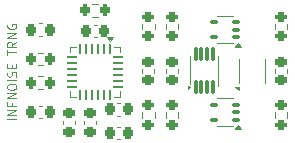
<source format=gbr>
%TF.GenerationSoftware,KiCad,Pcbnew,9.0.5*%
%TF.CreationDate,2025-10-20T10:22:30-07:00*%
%TF.ProjectId,infnoise_goldfingers,696e666e-6f69-4736-955f-676f6c646669,rev?*%
%TF.SameCoordinates,Original*%
%TF.FileFunction,Legend,Top*%
%TF.FilePolarity,Positive*%
%FSLAX46Y46*%
G04 Gerber Fmt 4.6, Leading zero omitted, Abs format (unit mm)*
G04 Created by KiCad (PCBNEW 9.0.5) date 2025-10-20 10:22:30*
%MOMM*%
%LPD*%
G01*
G04 APERTURE LIST*
G04 Aperture macros list*
%AMRoundRect*
0 Rectangle with rounded corners*
0 $1 Rounding radius*
0 $2 $3 $4 $5 $6 $7 $8 $9 X,Y pos of 4 corners*
0 Add a 4 corners polygon primitive as box body*
4,1,4,$2,$3,$4,$5,$6,$7,$8,$9,$2,$3,0*
0 Add four circle primitives for the rounded corners*
1,1,$1+$1,$2,$3*
1,1,$1+$1,$4,$5*
1,1,$1+$1,$6,$7*
1,1,$1+$1,$8,$9*
0 Add four rect primitives between the rounded corners*
20,1,$1+$1,$2,$3,$4,$5,0*
20,1,$1+$1,$4,$5,$6,$7,0*
20,1,$1+$1,$6,$7,$8,$9,0*
20,1,$1+$1,$8,$9,$2,$3,0*%
G04 Aperture macros list end*
%ADD10C,0.064000*%
%ADD11C,0.120000*%
%ADD12RoundRect,0.200000X-0.200000X-0.275000X0.200000X-0.275000X0.200000X0.275000X-0.200000X0.275000X0*%
%ADD13RoundRect,0.225000X-0.225000X-0.250000X0.225000X-0.250000X0.225000X0.250000X-0.225000X0.250000X0*%
%ADD14C,1.000000*%
%ADD15RoundRect,0.200000X0.275000X-0.200000X0.275000X0.200000X-0.275000X0.200000X-0.275000X-0.200000X0*%
%ADD16RoundRect,0.200000X-0.275000X0.200000X-0.275000X-0.200000X0.275000X-0.200000X0.275000X0.200000X0*%
%ADD17RoundRect,0.225000X0.250000X-0.225000X0.250000X0.225000X-0.250000X0.225000X-0.250000X-0.225000X0*%
%ADD18RoundRect,0.100000X0.225000X0.100000X-0.225000X0.100000X-0.225000X-0.100000X0.225000X-0.100000X0*%
%ADD19R,0.300000X0.500000*%
%ADD20R,1.750000X1.050000*%
%ADD21RoundRect,0.062500X-0.062500X0.350000X-0.062500X-0.350000X0.062500X-0.350000X0.062500X0.350000X0*%
%ADD22RoundRect,0.062500X-0.350000X0.062500X-0.350000X-0.062500X0.350000X-0.062500X0.350000X0.062500X0*%
%ADD23R,2.600000X2.600000*%
%ADD24RoundRect,0.200000X0.200000X0.275000X-0.200000X0.275000X-0.200000X-0.275000X0.200000X-0.275000X0*%
%ADD25RoundRect,0.225000X0.225000X0.250000X-0.225000X0.250000X-0.225000X-0.250000X0.225000X-0.250000X0*%
%ADD26RoundRect,0.087500X0.087500X-0.537500X0.087500X0.537500X-0.087500X0.537500X-0.087500X-0.537500X0*%
%ADD27RoundRect,0.218750X0.256250X-0.218750X0.256250X0.218750X-0.256250X0.218750X-0.256250X-0.218750X0*%
%ADD28R,7.500000X1.360000*%
%ADD29R,6.500000X1.360000*%
G04 APERTURE END LIST*
D10*
X10166419Y-10083552D02*
X9430419Y-10083552D01*
X10166419Y-9733076D02*
X9430419Y-9733076D01*
X9430419Y-9733076D02*
X10166419Y-9312505D01*
X10166419Y-9312505D02*
X9430419Y-9312505D01*
X9780895Y-8716695D02*
X9780895Y-8962028D01*
X10166419Y-8962028D02*
X9430419Y-8962028D01*
X9430419Y-8962028D02*
X9430419Y-8611552D01*
X10166419Y-8331171D02*
X9430419Y-8331171D01*
X9430419Y-8331171D02*
X10166419Y-7910600D01*
X10166419Y-7910600D02*
X9430419Y-7910600D01*
X9430419Y-7419933D02*
X9430419Y-7279742D01*
X9430419Y-7279742D02*
X9465467Y-7209647D01*
X9465467Y-7209647D02*
X9535562Y-7139552D01*
X9535562Y-7139552D02*
X9675752Y-7104504D01*
X9675752Y-7104504D02*
X9921086Y-7104504D01*
X9921086Y-7104504D02*
X10061276Y-7139552D01*
X10061276Y-7139552D02*
X10131372Y-7209647D01*
X10131372Y-7209647D02*
X10166419Y-7279742D01*
X10166419Y-7279742D02*
X10166419Y-7419933D01*
X10166419Y-7419933D02*
X10131372Y-7490028D01*
X10131372Y-7490028D02*
X10061276Y-7560123D01*
X10061276Y-7560123D02*
X9921086Y-7595171D01*
X9921086Y-7595171D02*
X9675752Y-7595171D01*
X9675752Y-7595171D02*
X9535562Y-7560123D01*
X9535562Y-7560123D02*
X9465467Y-7490028D01*
X9465467Y-7490028D02*
X9430419Y-7419933D01*
X10166419Y-6789075D02*
X9430419Y-6789075D01*
X10131372Y-6473647D02*
X10166419Y-6368504D01*
X10166419Y-6368504D02*
X10166419Y-6193266D01*
X10166419Y-6193266D02*
X10131372Y-6123171D01*
X10131372Y-6123171D02*
X10096324Y-6088123D01*
X10096324Y-6088123D02*
X10026229Y-6053076D01*
X10026229Y-6053076D02*
X9956133Y-6053076D01*
X9956133Y-6053076D02*
X9886038Y-6088123D01*
X9886038Y-6088123D02*
X9850991Y-6123171D01*
X9850991Y-6123171D02*
X9815943Y-6193266D01*
X9815943Y-6193266D02*
X9780895Y-6333457D01*
X9780895Y-6333457D02*
X9745848Y-6403552D01*
X9745848Y-6403552D02*
X9710800Y-6438599D01*
X9710800Y-6438599D02*
X9640705Y-6473647D01*
X9640705Y-6473647D02*
X9570610Y-6473647D01*
X9570610Y-6473647D02*
X9500514Y-6438599D01*
X9500514Y-6438599D02*
X9465467Y-6403552D01*
X9465467Y-6403552D02*
X9430419Y-6333457D01*
X9430419Y-6333457D02*
X9430419Y-6158218D01*
X9430419Y-6158218D02*
X9465467Y-6053076D01*
X9780895Y-5737647D02*
X9780895Y-5492314D01*
X10166419Y-5387171D02*
X10166419Y-5737647D01*
X10166419Y-5737647D02*
X9430419Y-5737647D01*
X9430419Y-5737647D02*
X9430419Y-5387171D01*
X9430419Y-4616123D02*
X9430419Y-4195552D01*
X10166419Y-4405838D02*
X9430419Y-4405838D01*
X10166419Y-3529647D02*
X9815943Y-3774980D01*
X10166419Y-3950218D02*
X9430419Y-3950218D01*
X9430419Y-3950218D02*
X9430419Y-3669837D01*
X9430419Y-3669837D02*
X9465467Y-3599742D01*
X9465467Y-3599742D02*
X9500514Y-3564695D01*
X9500514Y-3564695D02*
X9570610Y-3529647D01*
X9570610Y-3529647D02*
X9675752Y-3529647D01*
X9675752Y-3529647D02*
X9745848Y-3564695D01*
X9745848Y-3564695D02*
X9780895Y-3599742D01*
X9780895Y-3599742D02*
X9815943Y-3669837D01*
X9815943Y-3669837D02*
X9815943Y-3950218D01*
X10166419Y-3214218D02*
X9430419Y-3214218D01*
X9430419Y-3214218D02*
X10166419Y-2793647D01*
X10166419Y-2793647D02*
X9430419Y-2793647D01*
X9465467Y-2057647D02*
X9430419Y-2127742D01*
X9430419Y-2127742D02*
X9430419Y-2232885D01*
X9430419Y-2232885D02*
X9465467Y-2338028D01*
X9465467Y-2338028D02*
X9535562Y-2408123D01*
X9535562Y-2408123D02*
X9605657Y-2443170D01*
X9605657Y-2443170D02*
X9745848Y-2478218D01*
X9745848Y-2478218D02*
X9850991Y-2478218D01*
X9850991Y-2478218D02*
X9991181Y-2443170D01*
X9991181Y-2443170D02*
X10061276Y-2408123D01*
X10061276Y-2408123D02*
X10131372Y-2338028D01*
X10131372Y-2338028D02*
X10166419Y-2232885D01*
X10166419Y-2232885D02*
X10166419Y-2162789D01*
X10166419Y-2162789D02*
X10131372Y-2057647D01*
X10131372Y-2057647D02*
X10096324Y-2022599D01*
X10096324Y-2022599D02*
X9850991Y-2022599D01*
X9850991Y-2022599D02*
X9850991Y-2162789D01*
D11*
%TO.C,R2*%
X11999242Y-6471900D02*
X12473758Y-6471900D01*
X11999242Y-7516900D02*
X12473758Y-7516900D01*
%TO.C,C5*%
X12095920Y-8984400D02*
X12377080Y-8984400D01*
X12095920Y-10004400D02*
X12377080Y-10004400D01*
%TO.C,R4*%
X20839000Y-2481658D02*
X20839000Y-2007142D01*
X21884000Y-2481658D02*
X21884000Y-2007142D01*
%TO.C,R1*%
X11999242Y-4471900D02*
X12473758Y-4471900D01*
X11999242Y-5516900D02*
X12473758Y-5516900D01*
%TO.C,R5*%
X22839000Y-9507142D02*
X22839000Y-9981658D01*
X23884000Y-9507142D02*
X23884000Y-9981658D01*
%TO.C,C4*%
X12095920Y-1984400D02*
X12377080Y-1984400D01*
X12095920Y-3004400D02*
X12377080Y-3004400D01*
%TO.C,C8*%
X22851500Y-6134980D02*
X22851500Y-5853820D01*
X23871500Y-6134980D02*
X23871500Y-5853820D01*
%TO.C,SW2*%
X28561500Y-8334400D02*
X27161500Y-8334400D01*
X28571500Y-10654400D02*
X27161500Y-10654400D01*
X29181500Y-10934400D02*
X28701500Y-10934400D01*
X28941500Y-10604400D01*
X29181500Y-10934400D01*
G36*
X29181500Y-10934400D02*
G01*
X28701500Y-10934400D01*
X28941500Y-10604400D01*
X29181500Y-10934400D01*
G37*
%TO.C,C7*%
X20851500Y-6134980D02*
X20851500Y-5853820D01*
X21871500Y-6134980D02*
X21871500Y-5853820D01*
%TO.C,C1*%
X14151500Y-10509980D02*
X14151500Y-10228820D01*
X15171500Y-10509980D02*
X15171500Y-10228820D01*
%TO.C,AMP1*%
X29011500Y-6994400D02*
X29011500Y-4994400D01*
X31211500Y-6994400D02*
X31211500Y-4994400D01*
X29021500Y-7614400D02*
X28741500Y-7334400D01*
X29021500Y-7334400D01*
X29021500Y-7614400D01*
G36*
X29021500Y-7614400D02*
G01*
X28741500Y-7334400D01*
X29021500Y-7334400D01*
X29021500Y-7614400D01*
G37*
%TO.C,USB1*%
X14751500Y-3960600D02*
X15226500Y-3960600D01*
X14751500Y-4435600D02*
X14751500Y-3960600D01*
X14751500Y-8180600D02*
X14751500Y-7705600D01*
X15226500Y-8180600D02*
X14751500Y-8180600D01*
X18496500Y-3960600D02*
X18971500Y-3960600D01*
X18971500Y-3960600D02*
X18971500Y-4435600D01*
X18971500Y-7705600D02*
X18971500Y-8180600D01*
X18971500Y-8180600D02*
X18496500Y-8180600D01*
X18111500Y-3460600D02*
X17871500Y-3130600D01*
X18351500Y-3130600D01*
X18111500Y-3460600D01*
G36*
X18111500Y-3460600D02*
G01*
X17871500Y-3130600D01*
X18351500Y-3130600D01*
X18111500Y-3460600D01*
G37*
%TO.C,R3*%
X20839000Y-9981658D02*
X20839000Y-9507142D01*
X21884000Y-9981658D02*
X21884000Y-9507142D01*
%TO.C,C9*%
X32101500Y-6134980D02*
X32101500Y-5853820D01*
X33121500Y-6134980D02*
X33121500Y-5853820D01*
%TO.C,C3*%
X18720920Y-8756600D02*
X19002080Y-8756600D01*
X18720920Y-9776600D02*
X19002080Y-9776600D01*
%TO.C,R9*%
X17098758Y-348900D02*
X16624242Y-348900D01*
X17098758Y-1393900D02*
X16624242Y-1393900D01*
%TO.C,C6*%
X17002080Y-2136000D02*
X16720920Y-2136000D01*
X17002080Y-3156000D02*
X16720920Y-3156000D01*
%TO.C,SW1*%
X28561500Y-1334400D02*
X27161500Y-1334400D01*
X28571500Y-3654400D02*
X27161500Y-3654400D01*
X29181500Y-3934400D02*
X28701500Y-3934400D01*
X28941500Y-3604400D01*
X29181500Y-3934400D01*
G36*
X29181500Y-3934400D02*
G01*
X28701500Y-3934400D01*
X28941500Y-3604400D01*
X29181500Y-3934400D01*
G37*
%TO.C,COMP1*%
X24926500Y-7099968D02*
X24926500Y-4734400D01*
X27296500Y-4734400D02*
X27296500Y-7254400D01*
X24921500Y-7394400D02*
X24731500Y-7534400D01*
X24731500Y-7254400D01*
X24921500Y-7394400D01*
G36*
X24921500Y-7394400D02*
G01*
X24731500Y-7534400D01*
X24731500Y-7254400D01*
X24921500Y-7394400D01*
G37*
%TO.C,L1*%
X15926500Y-10532179D02*
X15926500Y-10206621D01*
X16946500Y-10532179D02*
X16946500Y-10206621D01*
%TO.C,C2*%
X18720920Y-10734400D02*
X19002080Y-10734400D01*
X18720920Y-11754400D02*
X19002080Y-11754400D01*
%TO.C,R8*%
X32089000Y-9507142D02*
X32089000Y-9981658D01*
X33134000Y-9507142D02*
X33134000Y-9981658D01*
%TO.C,R6*%
X22839000Y-2481658D02*
X22839000Y-2007142D01*
X23884000Y-2481658D02*
X23884000Y-2007142D01*
%TO.C,R7*%
X32089000Y-2007142D02*
X32089000Y-2481658D01*
X33134000Y-2007142D02*
X33134000Y-2481658D01*
%TD*%
%LPC*%
D12*
%TO.C,R2*%
X11411500Y-6994400D03*
X13061500Y-6994400D03*
%TD*%
D13*
%TO.C,C5*%
X11461500Y-9494400D03*
X13011500Y-9494400D03*
%TD*%
D14*
%TO.C,FID3*%
X34099500Y-736600D03*
%TD*%
%TO.C,FID2*%
X9664700Y-736600D03*
%TD*%
D15*
%TO.C,R4*%
X21361500Y-3069400D03*
X21361500Y-1419400D03*
%TD*%
D12*
%TO.C,R1*%
X11411500Y-4994400D03*
X13061500Y-4994400D03*
%TD*%
D16*
%TO.C,R5*%
X23361500Y-8919400D03*
X23361500Y-10569400D03*
%TD*%
D13*
%TO.C,C4*%
X11461500Y-2494400D03*
X13011500Y-2494400D03*
%TD*%
D17*
%TO.C,C8*%
X23361500Y-6769400D03*
X23361500Y-5219400D03*
%TD*%
D18*
%TO.C,SW2*%
X28811500Y-10144400D03*
X28811500Y-9494400D03*
X28811500Y-8844400D03*
X26911500Y-8844400D03*
X26911500Y-10144400D03*
%TD*%
D17*
%TO.C,C7*%
X21361500Y-6769400D03*
X21361500Y-5219400D03*
%TD*%
%TO.C,C1*%
X14661500Y-11144400D03*
X14661500Y-9594400D03*
%TD*%
D19*
%TO.C,AMP1*%
X29361500Y-6894400D03*
X29861500Y-6894400D03*
X30361500Y-6894400D03*
X30861500Y-6894400D03*
X30861500Y-5094400D03*
X30361500Y-5094400D03*
X29861500Y-5094400D03*
X29361500Y-5094400D03*
D20*
X30111500Y-5994400D03*
%TD*%
D21*
%TO.C,USB1*%
X18111500Y-4133100D03*
X17611500Y-4133100D03*
X17111500Y-4133100D03*
X16611500Y-4133100D03*
X16111500Y-4133100D03*
X15611500Y-4133100D03*
D22*
X14924000Y-4820600D03*
X14924000Y-5320600D03*
X14924000Y-5820600D03*
X14924000Y-6320600D03*
X14924000Y-6820600D03*
X14924000Y-7320600D03*
D21*
X15611500Y-8008100D03*
X16111500Y-8008100D03*
X16611500Y-8008100D03*
X17111500Y-8008100D03*
X17611500Y-8008100D03*
X18111500Y-8008100D03*
D22*
X18799000Y-7320600D03*
X18799000Y-6820600D03*
X18799000Y-6320600D03*
X18799000Y-5820600D03*
X18799000Y-5320600D03*
X18799000Y-4820600D03*
D23*
X16861500Y-6070600D03*
%TD*%
D15*
%TO.C,R3*%
X21361500Y-10569400D03*
X21361500Y-8919400D03*
%TD*%
D17*
%TO.C,C9*%
X32611500Y-6769400D03*
X32611500Y-5219400D03*
%TD*%
D13*
%TO.C,C3*%
X18086500Y-9266600D03*
X19636500Y-9266600D03*
%TD*%
D24*
%TO.C,R9*%
X17686500Y-871400D03*
X16036500Y-871400D03*
%TD*%
D25*
%TO.C,C6*%
X17636500Y-2646000D03*
X16086500Y-2646000D03*
%TD*%
D18*
%TO.C,SW1*%
X28811500Y-3144400D03*
X28811500Y-2494400D03*
X28811500Y-1844400D03*
X26911500Y-1844400D03*
X26911500Y-3144400D03*
%TD*%
D26*
%TO.C,COMP1*%
X25361500Y-7394400D03*
X25861500Y-7394400D03*
X26361500Y-7394400D03*
X26861500Y-7394400D03*
X26861500Y-4594400D03*
X26361500Y-4594400D03*
X25861500Y-4594400D03*
X25361500Y-4594400D03*
%TD*%
D27*
%TO.C,L1*%
X16436500Y-11156900D03*
X16436500Y-9581900D03*
%TD*%
D13*
%TO.C,C2*%
X18086500Y-11244400D03*
X19636500Y-11244400D03*
%TD*%
D16*
%TO.C,R8*%
X32611500Y-8919400D03*
X32611500Y-10569400D03*
%TD*%
D15*
%TO.C,R6*%
X23361500Y-3069400D03*
X23361500Y-1419400D03*
%TD*%
D16*
%TO.C,R7*%
X32611500Y-1419400D03*
X32611500Y-3069400D03*
%TD*%
D14*
%TO.C,FID1*%
X9664700Y-11404600D03*
%TD*%
D28*
%TO.C,X1*%
X4892700Y-9570600D03*
D29*
X5392700Y-7070600D03*
X5392700Y-5070600D03*
D28*
X4892700Y-2570600D03*
%TD*%
%LPD*%
M02*

</source>
